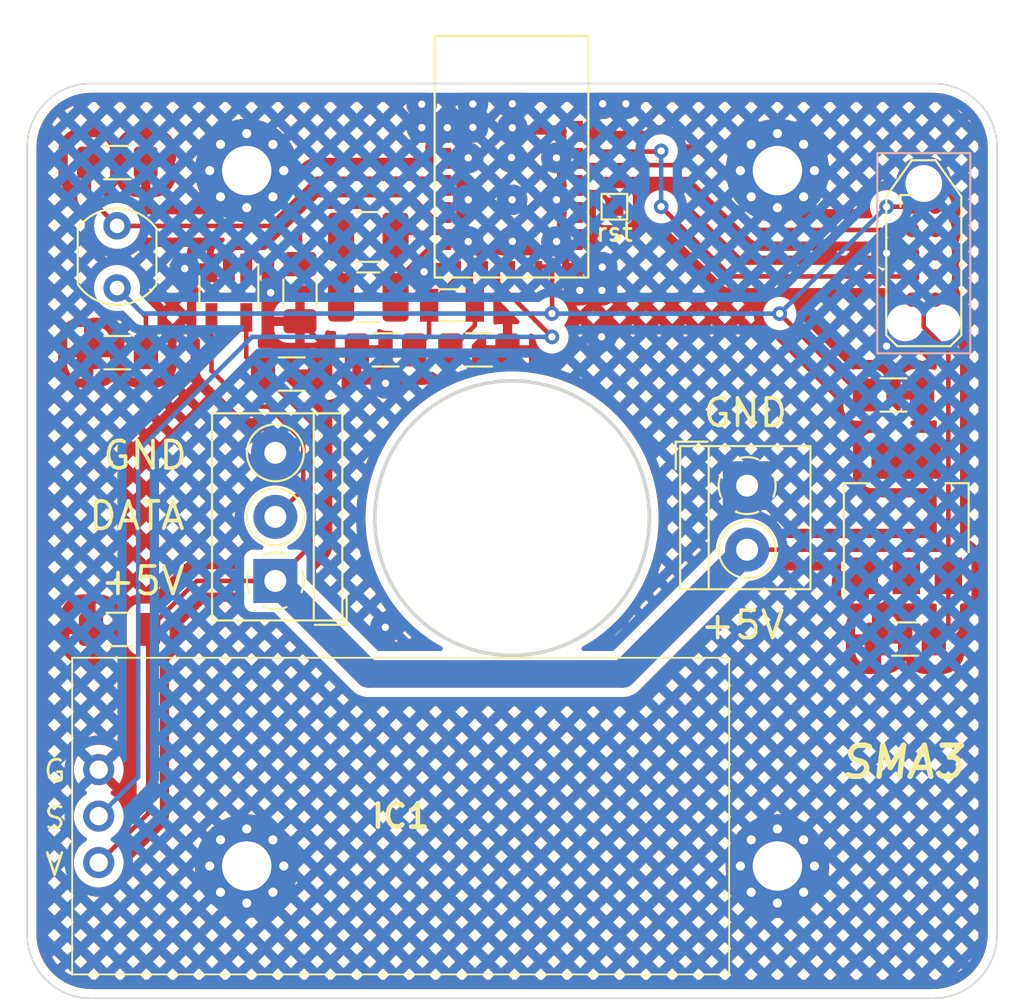
<source format=kicad_pcb>
(kicad_pcb (version 20211014) (generator pcbnew)
  (layers (0 "F.Cu" signal) (31 "B.Cu" signal) (34 "B.Paste" user) (35 "F.Paste" user) (36 "B.SilkS" user "B.Silkscreen") (37 "F.SilkS" user "F.Silkscreen") (38 "B.Mask" user) (39 "F.Mask" user) (44 "Edge.Cuts" user))
  (net 0 "")
  (net 1 "GND")
  (net 2 "Net-(J3-Pad2)")
  (net 3 "VDDH")
  (net 4 "VDD")
  (net 11 "Net-(C6-Pad1)")
  (net 12 "Net-(C7-Pad2)")
  (net 14 "MOT")
  (net 15 "ALS")
  (net 16 "2812")
  (net 20 "Net-(L1-Pad1)")
  (net 21 "Net-(C8-Pad2)")
  (net 28 "Net-(TP1-Pad1)")
  (net 32 "Net-(J1-Pad2)")
  (net 33 "Net-(J1-Pad4)")
  (net 34 "Net-(L1-Pad2)")
  (footprint "TerminalBlock_4Ucon:TerminalBlock_4Ucon_1x03_P3.50mm_Horizontal" (layer "F.Cu") (at 131.064 90.932 90)
    (fp_text reference "J3")
    (fp_text value "Conn_01x03")
    (fp_line (start -2.16 -3.46) (end 9.16 -3.46) (layer "F.SilkS") (width 0.12))
    (fp_line (start -2.4 3.9) (end -0.9 3.9) (layer "F.SilkS") (width 0.12))
    (fp_line (start -2.4 2.16) (end -2.4 3.9) (layer "F.SilkS") (width 0.12))
    (fp_line (start -2.16 3.66) (end 9.16 3.66) (layer "F.SilkS") (width 0.12))
    (fp_line (start 9.16 -3.46) (end 9.16 3.66) (layer "F.SilkS") (width 0.12))
    (fp_line (start -2.16 2.1) (end 9.16 2.1) (layer "F.SilkS") (width 0.12))
    (fp_line (start -2.16 -3.46) (end -2.16 3.66) (layer "F.SilkS") (width 0.12))
    (fp_arc (start 0.607587 1.431385) (mid 0.310017 1.523783) (end 0 1.555) (layer "F.SilkS") (width 0.12))
    (fp_arc (start -0.607742 -1.432109) (mid 0.00014 -1.555727) (end 0.608 -1.432) (layer "F.SilkS") (width 0.12))
    (fp_arc (start 0.027011 1.555493) (mid -0.296984 1.527118) (end -0.608 1.432) (layer "F.SilkS") (width 0.12))
    (fp_arc (start 1.432109 -0.607742) (mid 1.555727 0.00014) (end 1.432 0.608) (layer "F.SilkS") (width 0.12))
    (fp_arc (start -1.432109 0.607742) (mid -1.555727 -0.00014) (end -1.432 -0.608) (layer "F.SilkS") (width 0.12))
    (fp_circle (center 7 0) (end 8.555 0) (layer "F.SilkS") (width 0.12) (fill none))
    (fp_circle (center 3.5 0) (end 5.055 0) (layer "F.SilkS") (width 0.12) (fill none))
    (pad "1" thru_hole rect locked (at 0 0 90) (size 2.4 2.4) (drill 1.2) (layers *.Cu *.Mask) (net 3 "VDDH"))
    (pad "2" thru_hole circle locked (at 3.5 0 90) (size 2.4 2.4) (drill 1.2) (layers *.Cu *.Mask) (net 2 "Net-(J3-Pad2)"))
    (pad "3" thru_hole circle locked (at 7 0 90) (size 2.4 2.4) (drill 1.2) (layers *.Cu *.Mask) (net 1 "GND"))
  )
  (footprint "TerminalBlock_4Ucon:TerminalBlock_4Ucon_1x02_P3.50mm_Horizontal" (layer "F.Cu") (at 156.845 85.725 -90)
    (fp_text reference "J2")
    (fp_text value "Conn_01x02")
    (fp_line (start -2.16 -3.46) (end 5.66 -3.46) (layer "F.SilkS") (width 0.12))
    (fp_line (start -2.4 2.16) (end -2.4 3.9) (layer "F.SilkS") (width 0.12))
    (fp_line (start -2.16 -3.46) (end -2.16 3.66) (layer "F.SilkS") (width 0.12))
    (fp_line (start -2.16 3.66) (end 5.66 3.66) (layer "F.SilkS") (width 0.12))
    (fp_line (start -2.16 2.1) (end 5.66 2.1) (layer "F.SilkS") (width 0.12))
    (fp_line (start 5.66 -3.46) (end 5.66 3.66) (layer "F.SilkS") (width 0.12))
    (fp_line (start -2.4 3.9) (end -0.9 3.9) (layer "F.SilkS") (width 0.12))
    (fp_arc (start -0.607742 -1.432109) (mid 0.00014 -1.555727) (end 0.608 -1.432) (layer "F.SilkS") (width 0.12))
    (fp_arc (start 0.607587 1.431385) (mid 0.310017 1.523783) (end 0 1.555) (layer "F.SilkS") (width 0.12))
    (fp_arc (start -1.432109 0.607742) (mid -1.555727 -0.00014) (end -1.432 -0.608) (layer "F.SilkS") (width 0.12))
    (fp_arc (start 0.027011 1.555493) (mid -0.296984 1.527118) (end -0.608 1.432) (layer "F.SilkS") (width 0.12))
    (fp_arc (start 1.432109 -0.607742) (mid 1.555727 0.00014) (end 1.432 0.608) (layer "F.SilkS") (width 0.12))
    (fp_circle (center 3.5 0) (end 5.055 0) (layer "F.SilkS") (width 0.12) (fill none))
    (pad "1" thru_hole rect locked (at 0 0 270) (size 2.4 2.4) (drill 1.2) (layers *.Cu *.Mask) (net 1 "GND"))
    (pad "2" thru_hole circle locked (at 3.5 0 270) (size 2.4 2.4) (drill 1.2) (layers *.Cu *.Mask) (net 3 "VDDH"))
  )
  (footprint "Capacitor_SMD:C_1206_3216Metric_Pad1.33x1.80mm_HandSolder" (layer "F.Cu") (at 164.846 80.772)
    (fp_text reference "C2")
    (fp_text value "10uF")
    (fp_line (start -0.711252 0.91) (end 0.711252 0.91) (layer "F.SilkS") (width 0.12))
    (fp_line (start -0.711252 -0.91) (end 0.711252 -0.91) (layer "F.SilkS") (width 0.12))
    (pad "1" smd roundrect (at -1.5625 0) (size 1.325 1.8) (layers "F.Cu" "F.Paste" "F.Mask") (roundrect_rratio 0.1886792453) (net 4 "VDD"))
    (pad "2" smd roundrect (at 1.5625 0) (size 1.325 1.8) (layers "F.Cu" "F.Paste" "F.Mask") (roundrect_rratio 0.1886792453) (net 1 "GND"))
  )
  (footprint "Capacitor_SMD:C_1206_3216Metric_Pad1.33x1.80mm_HandSolder" (layer "F.Cu") (at 131.953 79.629 180)
    (fp_text reference "C3")
    (fp_text value "10uF")
    (fp_line (start -0.711252 -0.91) (end 0.711252 -0.91) (layer "F.SilkS") (width 0.12))
    (fp_line (start -0.711252 0.91) (end 0.711252 0.91) (layer "F.SilkS") (width 0.12))
    (pad "1" smd roundrect (at -1.5625 0 180) (size 1.325 1.8) (layers "F.Cu" "F.Paste" "F.Mask") (roundrect_rratio 0.1886792453) (net 1 "GND"))
    (pad "2" smd roundrect (at 1.5625 0 180) (size 1.325 1.8) (layers "F.Cu" "F.Paste" "F.Mask") (roundrect_rratio 0.1886792453) (net 3 "VDDH"))
  )
  (footprint "Resistor_SMD:R_1206_3216Metric_Pad1.30x1.75mm_HandSolder" (layer "F.Cu") (at 122.428 68.072 180)
    (fp_text reference "R2")
    (fp_text value "10k")
    (fp_line (start -0.727064 -0.91) (end 0.727064 -0.91) (layer "F.SilkS") (width 0.12))
    (fp_line (start -0.727064 0.91) (end 0.727064 0.91) (layer "F.SilkS") (width 0.12))
    (pad "1" smd roundrect locked (at -1.55 0 180) (size 1.3 1.75) (layers "F.Cu" "F.Paste" "F.Mask") (roundrect_rratio 0.1923076923) (net 1 "GND"))
    (pad "2" smd roundrect locked (at 1.55 0 180) (size 1.3 1.75) (layers "F.Cu" "F.Paste" "F.Mask") (roundrect_rratio 0.1923076923) (net 15 "ALS"))
  )
  (footprint "OptoDevice:R_LDR_5.1x4.3mm_P3.4mm_Vertical" (layer "F.Cu") (at 122.416513 71.527836 -90)
    (fp_text reference "R1")
    (fp_text value "5626")
    (fp_line (start 0.15 -2.15) (end 3.2 -2.15) (layer "F.SilkS") (width 0.12))
    (fp_line (start 0.15 2.15) (end 3.2 2.15) (layer "F.SilkS") (width 0.12))
    (fp_arc (start 3.2 -2.15) (mid 4.321403 -0.027338) (end 3.244513 2.118249) (layer "F.SilkS") (width 0.12))
    (fp_arc (start 0.15 2.15) (mid -0.950438 -0.013368) (end 0.171766 -2.165525) (layer "F.SilkS") (width 0.12))
    (pad "1" thru_hole circle locked (at 0 0 270) (size 1.5 1.5) (drill 0.8) (layers *.Cu *.Mask) (net 15 "ALS"))
    (pad "2" thru_hole circle locked (at 3.4 0 270) (size 1.5 1.5) (drill 0.8) (layers *.Cu *.Mask) (net 4 "VDD"))
  )
  (footprint "MountingHole:MountingHole_2.7mm_M2.5_Pad_Via" (layer "F.Cu") (at 158.5 68.512)
    (fp_text reference "REF**")
    (fp_text value "MountingHole_2.7mm_M2.5_Pad_Via")
    (pad "1" thru_hole circle locked (at -1.431891 -1.431891) (size 0.8 0.8) (drill 0.5) (layers *.Cu *.Mask) (net 1 "GND"))
    (pad "1" thru_hole circle locked (at 0 -2.025) (size 0.8 0.8) (drill 0.5) (layers *.Cu *.Mask) (net 1 "GND"))
    (pad "1" thru_hole circle locked (at 2.025 0) (size 0.8 0.8) (drill 0.5) (layers *.Cu *.Mask) (net 1 "GND"))
    (pad "1" thru_hole circle locked (at -2.025 0) (size 0.8 0.8) (drill 0.5) (layers *.Cu *.Mask) (net 1 "GND"))
    (pad "1" thru_hole circle locked (at 0 2.025) (size 0.8 0.8) (drill 0.5) (layers *.Cu *.Mask) (net 1 "GND"))
    (pad "1" thru_hole circle locked (at 0 0) (size 5.4 5.4) (drill 2.7) (layers *.Cu *.Mask) (net 1 "GND"))
    (pad "1" thru_hole circle locked (at 1.431891 1.431891) (size 0.8 0.8) (drill 0.5) (layers *.Cu *.Mask) (net 1 "GND"))
    (pad "1" thru_hole circle locked (at -1.431891 1.431891) (size 0.8 0.8) (drill 0.5) (layers *.Cu *.Mask) (net 1 "GND"))
    (pad "1" thru_hole circle locked (at 1.431891 -1.431891) (size 0.8 0.8) (drill 0.5) (layers *.Cu *.Mask) (net 1 "GND"))
  )
  (footprint "MountingHole:MountingHole_2.7mm_M2.5_Pad_Via" (layer "F.Cu") (at 129.5 68.512)
    (fp_text reference "REF**")
    (fp_text value "MountingHole_2.7mm_M2.5_Pad_Via")
    (pad "1" thru_hole circle locked (at 1.431891 1.431891) (size 0.8 0.8) (drill 0.5) (layers *.Cu *.Mask) (net 1 "GND"))
    (pad "1" thru_hole circle locked (at 2.025 0) (size 0.8 0.8) (drill 0.5) (layers *.Cu *.Mask) (net 1 "GND"))
    (pad "1" thru_hole circle locked (at -2.025 0) (size 0.8 0.8) (drill 0.5) (layers *.Cu *.Mask) (net 1 "GND"))
    (pad "1" thru_hole circle locked (at 0 -2.025) (size 0.8 0.8) (drill 0.5) (layers *.Cu *.Mask) (net 1 "GND"))
    (pad "1" thru_hole circle locked (at 0 2.025) (size 0.8 0.8) (drill 0.5) (layers *.Cu *.Mask) (net 1 "GND"))
    (pad "1" thru_hole circle locked (at -1.431891 1.431891) (size 0.8 0.8) (drill 0.5) (layers *.Cu *.Mask) (net 1 "GND"))
    (pad "1" thru_hole circle locked (at 1.431891 -1.431891) (size 0.8 0.8) (drill 0.5) (layers *.Cu *.Mask) (net 1 "GND"))
    (pad "1" thru_hole circle locked (at 0 0) (size 5.4 5.4) (drill 2.7) (layers *.Cu *.Mask) (net 1 "GND"))
    (pad "1" thru_hole circle locked (at -1.431891 -1.431891) (size 0.8 0.8) (drill 0.5) (layers *.Cu *.Mask) (net 1 "GND"))
  )
  (footprint "MountingHole:MountingHole_2.7mm_M2.5_Pad_Via" (layer "F.Cu") (at 129.5 106.512)
    (fp_text reference "REF**")
    (fp_text value "MountingHole_2.7mm_M2.5_Pad_Via")
    (pad "1" thru_hole circle locked (at 0 2.025) (size 0.8 0.8) (drill 0.5) (layers *.Cu *.Mask) (net 1 "GND"))
    (pad "1" thru_hole circle locked (at -1.431891 -1.431891) (size 0.8 0.8) (drill 0.5) (layers *.Cu *.Mask) (net 1 "GND"))
    (pad "1" thru_hole circle locked (at -2.025 0) (size 0.8 0.8) (drill 0.5) (layers *.Cu *.Mask) (net 1 "GND"))
    (pad "1" thru_hole circle locked (at 0 -2.025) (size 0.8 0.8) (drill 0.5) (layers *.Cu *.Mask) (net 1 "GND"))
    (pad "1" thru_hole circle locked (at 2.025 0) (size 0.8 0.8) (drill 0.5) (layers *.Cu *.Mask) (net 1 "GND"))
    (pad "1" thru_hole circle locked (at 1.431891 -1.431891) (size 0.8 0.8) (drill 0.5) (layers *.Cu *.Mask) (net 1 "GND"))
    (pad "1" thru_hole circle locked (at 0 0) (size 5.4 5.4) (drill 2.7) (layers *.Cu *.Mask) (net 1 "GND"))
    (pad "1" thru_hole circle locked (at -1.431891 1.431891) (size 0.8 0.8) (drill 0.5) (layers *.Cu *.Mask) (net 1 "GND"))
    (pad "1" thru_hole circle locked (at 1.431891 1.431891) (size 0.8 0.8) (drill 0.5) (layers *.Cu *.Mask) (net 1 "GND"))
  )
  (footprint "MountingHole:MountingHole_2.7mm_M2.5_Pad_Via" (layer "F.Cu") (at 158.5 106.512)
    (fp_text reference "REF**")
    (fp_text value "MountingHole_2.7mm_M2.5_Pad_Via")
    (pad "1" thru_hole circle locked (at 1.431891 -1.431891) (size 0.8 0.8) (drill 0.5) (layers *.Cu *.Mask) (net 1 "GND"))
    (pad "1" thru_hole circle locked (at 2.025 0) (size 0.8 0.8) (drill 0.5) (layers *.Cu *.Mask) (net 1 "GND"))
    (pad "1" thru_hole circle locked (at 0 0) (size 5.4 5.4) (drill 2.7) (layers *.Cu *.Mask) (net 1 "GND"))
    (pad "1" thru_hole circle locked (at -1.431891 1.431891) (size 0.8 0.8) (drill 0.5) (layers *.Cu *.Mask) (net 1 "GND"))
    (pad "1" thru_hole circle locked (at -1.431891 -1.431891) (size 0.8 0.8) (drill 0.5) (layers *.Cu *.Mask) (net 1 "GND"))
    (pad "1" thru_hole circle locked (at 0 2.025) (size 0.8 0.8) (drill 0.5) (layers *.Cu *.Mask) (net 1 "GND"))
    (pad "1" thru_hole circle locked (at 0 -2.025) (size 0.8 0.8) (drill 0.5) (layers *.Cu *.Mask) (net 1 "GND"))
    (pad "1" thru_hole circle locked (at -2.025 0) (size 0.8 0.8) (drill 0.5) (layers *.Cu *.Mask) (net 1 "GND"))
    (pad "1" thru_hole circle locked (at 1.431891 1.431891) (size 0.8 0.8) (drill 0.5) (layers *.Cu *.Mask) (net 1 "GND"))
  )
  (footprint "Connector:Tag-Connect_TC2050-IDC-NL_2x05_P1.27mm_Vertical_with_bottom_clip" (layer "F.Cu") (at 166.497 73.025 -90)
    (fp_text reference "J1")
    (fp_text value "Conn_02x05_Counter_Clockwise")
    (fp_line (start -5.47 -2.54) (end 5.47 -2.54) (layer "B.SilkS") (width 0.12))
    (fp_line (start 5.47 -2.54) (end 5.47 2.54) (layer "B.SilkS") (width 0.12))
    (fp_line (start 5.47 2.54) (end -5.47 2.54) (layer "B.SilkS") (width 0.12))
    (fp_line (start -5.47 2.54) (end -5.47 -2.54) (layer "B.SilkS") (width 0.12))
    (fp_line (start -3.175 1.27) (end -3.175 0.635) (layer "F.SilkS") (width 0.12))
    (fp_line (start -5.08 0.65) (end -5.08 -0.65) (layer "F.SilkS") (width 0.12))
    (fp_line (start -3.1 -2.05) (end 4.48 -2.05) (layer "F.SilkS") (width 0.12))
    (fp_line (start 4.48 -2.05) (end 5.08 -1.45) (layer "F.SilkS") (width 0.12))
    (fp_line (start 5.08 -1.45) (end 5.08 1.45) (layer "F.SilkS") (width 0.12))
    (fp_line (start 4.48 2.05) (end 5.08 1.45) (layer "F.SilkS") (width 0.12))
    (fp_line (start -2.54 1.27) (end -3.175 1.27) (layer "F.SilkS") (width 0.12))
    (fp_line (start 4.48 2.05) (end -3.1 2.05) (layer "F.SilkS") (width 0.12))
    (fp_line (start -3.1 2.05) (end -5.08 0.65) (layer "F.SilkS") (width 0.12))
    (fp_line (start -5.08 -0.65) (end -3.1 -2.05) (layer "F.SilkS") (width 0.12))
    (pad "" np_thru_hole circle locked (at -3.81 0 270) (size 0.9906 0.9906) (drill 0.9906) (layers *.Cu *.Mask))
    (pad "" np_thru_hole circle locked (at 3.81 1.016 270) (size 0.9906 0.9906) (drill 0.9906) (layers *.Cu *.Mask))
    (pad "" np_thru_hole circle locked (at 3.81 -1.016 270) (size 0.9906 0.9906) (drill 0.9906) (layers *.Cu *.Mask))
    (pad "1" connect circle locked (at -2.54 0.635 270) (size 0.7874 0.7874) (layers "F.Cu" "F.Mask") (net 4 "VDD"))
    (pad "2" connect circle locked (at -1.27 0.635 270) (size 0.7874 0.7874) (layers "F.Cu" "F.Mask") (net 32 "Net-(J1-Pad2)"))
    (pad "3" connect circle locked (at 0 0.635 270) (size 0.7874 0.7874) (layers "F.Cu" "F.Mask") (net 1 "GND"))
    (pad "4" connect circle locked (at 1.27 0.635 270) (size 0.7874 0.7874) (layers "F.Cu" "F.Mask") (net 33 "Net-(J1-Pad4)"))
    (pad "5" connect circle locked (at 2.54 0.635 270) (size 0.7874 0.7874) (layers "F.Cu" "F.Mask") (net 3 "VDDH"))
    (pad "6" connect circle locked (at 2.54 -0.635 270) (size 0.7874 0.7874) (layers "F.Cu" "F.Mask"))
    (pad "7" connect circle locked (at 1.27 -0.635 270) (size 0.7874 0.7874) (layers "F.Cu" "F.Mask"))
    (pad "8" connect circle locked (at 0 -0.635 270) (size 0.7874 0.7874) (layers "F.Cu" "F.Mask"))
    (pad "9" connect circle locked (at -1.27 -0.635 270) (size 0.7874 0.7874) (layers "F.Cu" "F.Mask"))
    (pad "10" connect circle locked (at -2.54 -0.635 270) (size 0.7874 0.7874) (layers "F.Cu" "F.Mask"))
  )
  (footprint "Package_TO_SOT_SMD:SOT-23-5_HandSoldering" (layer "F.Cu") (at 128.524 75.184 -90)
    (fp_text reference "U3")
    (fp_text value "SN74LV1T34DBV")
    (fp_line (start 0.9 -1.61) (end -1.55 -1.61) (layer "F.SilkS") (width 0.12))
    (fp_line (start -0.9 1.61) (end 0.9 1.61) (layer "F.SilkS") (width 0.12))
    (pad "1" smd rect locked (at -1.35 -0.95 270) (size 1.56 0.65) (layers "F.Cu" "F.Paste" "F.Mask"))
    (pad "2" smd rect locked (at -1.35 0 270) (size 1.56 0.65) (layers "F.Cu" "F.Paste" "F.Mask") (net 16 "2812"))
    (pad "3" smd rect locked (at -1.35 0.95 270) (size 1.56 0.65) (layers "F.Cu" "F.Paste" "F.Mask") (net 1 "GND"))
    (pad "4" smd rect locked (at 1.35 0.95 270) (size 1.56 0.65) (layers "F.Cu" "F.Paste" "F.Mask") (net 2 "Net-(J3-Pad2)"))
    (pad "5" smd rect locked (at 1.35 -0.95 270) (size 1.56 0.65) (layers "F.Cu" "F.Paste" "F.Mask") (net 3 "VDDH"))
  )
  (footprint "Capacitor_SMD:C_1206_3216Metric_Pad1.33x1.80mm_HandSolder" (layer "F.Cu") (at 132.4102 75.184 -90)
    (fp_text reference "C6")
    (fp_text value "1uF")
    (fp_line (start -0.711252 -0.91) (end 0.711252 -0.91) (layer "F.SilkS") (width 0.12))
    (fp_line (start -0.711252 0.91) (end 0.711252 0.91) (layer "F.SilkS") (width 0.12))
    (pad "1" smd roundrect (at -1.5625 0 270) (size 1.325 1.8) (layers "F.Cu" "F.Paste" "F.Mask") (roundrect_rratio 0.1886792453) (net 11 "Net-(C6-Pad1)"))
    (pad "2" smd roundrect (at 1.5625 0 270) (size 1.325 1.8) (layers "F.Cu" "F.Paste" "F.Mask") (roundrect_rratio 0.1886792453) (net 1 "GND"))
  )
  (footprint "Capacitor_SMD:C_1206_3216Metric_Pad1.33x1.80mm_HandSolder" (layer "F.Cu") (at 137.0838 78.3082)
    (fp_text reference "C7")
    (fp_text value "12pF")
    (fp_line (start -0.711252 0.91) (end 0.711252 0.91) (layer "F.SilkS") (width 0.12))
    (fp_line (start -0.711252 -0.91) (end 0.711252 -0.91) (layer "F.SilkS") (width 0.12))
    (pad "1" smd roundrect (at -1.5625 0) (size 1.325 1.8) (layers "F.Cu" "F.Paste" "F.Mask") (roundrect_rratio 0.1886792453) (net 1 "GND"))
    (pad "2" smd roundrect (at 1.5625 0) (size 1.325 1.8) (layers "F.Cu" "F.Paste" "F.Mask") (roundrect_rratio 0.1886792453) (net 12 "Net-(C7-Pad2)"))
  )
  (footprint "Capacitor_SMD:C_1206_3216Metric_Pad1.33x1.80mm_HandSolder" (layer "F.Cu") (at 122.555 93.582067 180)
    (fp_text reference "C5")
    (fp_text value "10uF")
    (fp_line (start -0.711252 0.91) (end 0.711252 0.91) (layer "F.SilkS") (width 0.12))
    (fp_line (start -0.711252 -0.91) (end 0.711252 -0.91) (layer "F.SilkS") (width 0.12))
    (pad "1" smd roundrect (at -1.5625 0 180) (size 1.325 1.8) (layers "F.Cu" "F.Paste" "F.Mask") (roundrect_rratio 0.1886792453) (net 3 "VDDH"))
    (pad "2" smd roundrect (at 1.5625 0 180) (size 1.325 1.8) (layers "F.Cu" "F.Paste" "F.Mask") (roundrect_rratio 0.1886792453) (net 1 "GND"))
  )
  (footprint "Inductor_SMD:L_1210_3225Metric_Pad1.42x2.65mm_HandSolder" (layer "F.Cu") (at 136.144 72.136 180)
    (fp_text reference "L2")
    (fp_text value "15nH")
    (fp_line (start -0.602064 1.36) (end 0.602064 1.36) (layer "F.SilkS") (width 0.12))
    (fp_line (start -0.602064 -1.36) (end 0.602064 -1.36) (layer "F.SilkS") (width 0.12))
    (pad "1" smd roundrect (at -1.4875 0 180) (size 1.425 2.65) (layers "F.Cu" "F.Paste" "F.Mask") (roundrect_rratio 0.1754392982) (net 11 "Net-(C6-Pad1)"))
    (pad "2" smd roundrect (at 1.4875 0 180) (size 1.425 2.65) (layers "F.Cu" "F.Paste" "F.Mask") (roundrect_rratio 0.1754392982) (net 20 "Net-(L1-Pad1)"))
  )
  (footprint "Capacitor_SMD:C_1206_3216Metric_Pad1.33x1.80mm_HandSolder" (layer "F.Cu") (at 122.428 78.459259)
    (fp_text reference "C4")
    (fp_text value "10uF")
    (fp_line (start -0.711252 0.91) (end 0.711252 0.91) (layer "F.SilkS") (width 0.12))
    (fp_line (start -0.711252 -0.91) (end 0.711252 -0.91) (layer "F.SilkS") (width 0.12))
    (pad "1" smd roundrect (at -1.5625 0) (size 1.325 1.8) (layers "F.Cu" "F.Paste" "F.Mask") (roundrect_rratio 0.1886792453) (net 1 "GND"))
    (pad "2" smd roundrect (at 1.5625 0) (size 1.325 1.8) (layers "F.Cu" "F.Paste" "F.Mask") (roundrect_rratio 0.1886792453) (net 4 "VDD"))
  )
  (footprint "TestPoint:TestPoint_Pad_1.0x1.0mm" (layer "F.Cu") (at 149.592305 70.485)
    (fp_text reference "rst" (at 0 1.397) (layer "F.SilkS"))
    (fp_text value "reset")
    (fp_line (start -0.7 0.7) (end -0.7 -0.7) (layer "F.SilkS") (width 0.12))
    (fp_line (start 0.7 0.7) (end -0.7 0.7) (layer "F.SilkS") (width 0.12))
    (fp_line (start 0.7 -0.7) (end 0.7 0.7) (layer "F.SilkS") (width 0.12))
    (fp_line (start -0.7 -0.7) (end 0.7 -0.7) (layer "F.SilkS") (width 0.12))
    (pad "1" smd rect (at 0 0) (size 1 1) (layers "F.Cu" "F.Mask") (net 28 "Net-(TP1-Pad1)"))
  )
  (footprint "Inductor_SMD:L_1210_3225Metric_Pad1.42x2.65mm_HandSolder" (layer "F.Cu") (at 136.144 75.438)
    (fp_text reference "L1")
    (fp_text value "10uH")
    (fp_line (start -0.602064 -1.36) (end 0.602064 -1.36) (layer "F.SilkS") (width 0.12))
    (fp_line (start -0.602064 1.36) (end 0.602064 1.36) (layer "F.SilkS") (width 0.12))
    (pad "1" smd roundrect (at -1.4875 0) (size 1.425 2.65) (layers "F.Cu" "F.Paste" "F.Mask") (roundrect_rratio 0.1754392982) (net 20 "Net-(L1-Pad1)"))
    (pad "2" smd roundrect (at 1.4875 0) (size 1.425 2.65) (layers "F.Cu" "F.Paste" "F.Mask") (roundrect_rratio 0.1754392982) (net 34 "Net-(L1-Pad2)"))
  )
  (footprint "Package_TO_SOT_SMD:SOT-223-3_TabPin2" (layer "F.Cu") (at 165.541528 87.503 90)
    (fp_text reference "U2")
    (fp_text value "LM1117-3.3")
    (fp_line (start -4.1 -3.41) (end 1.91 -3.41) (layer "F.SilkS") (width 0.12))
    (fp_line (start 1.91 -3.41) (end 1.91 -2.15) (layer "F.SilkS") (width 0.12))
    (fp_line (start 1.91 3.41) (end 1.91 2.15) (layer "F.SilkS") (width 0.12))
    (fp_line (start -1.85 3.41) (end 1.91 3.41) (layer "F.SilkS") (width 0.12))
    (pad "1" smd rect locked (at -3.15 -2.3 90) (size 2 1.5) (layers "F.Cu" "F.Paste" "F.Mask") (net 1 "GND"))
    (pad "2" smd rect locked (at 3.15 0 90) (size 2 3.8) (layers "F.Cu" "F.Paste" "F.Mask") (net 4 "VDD"))
    (pad "2" smd rect locked (at -3.15 0 90) (size 2 1.5) (layers "F.Cu" "F.Paste" "F.Mask") (net 4 "VDD"))
    (pad "3" smd rect locked (at -3.15 2.3 90) (size 2 1.5) (layers "F.Cu" "F.Paste" "F.Mask") (net 3 "VDDH"))
  )
  (footprint "Crystal:Crystal_SMD_3215-2Pin_3.2x1.5mm" (layer "F.Cu") (at 140.716 75.8698 180)
    (fp_text reference "Y1")
    (fp_text value "32.768kHz, CL=9pF")
    (fp_line (start -0.675 0.875) (end 0.675 0.875) (layer "F.SilkS") (width 0.12))
    (fp_line (start -0.675 -0.875) (end 0.675 -0.875) (layer "F.SilkS") (width 0.12))
    (pad "1" smd rect (at 1.25 0 180) (size 1 1.8) (layers "F.Cu" "F.Paste" "F.Mask") (net 12 "Net-(C7-Pad2)"))
    (pad "2" smd rect (at -1.25 0 180) (size 1 1.8) (layers "F.Cu" "F.Paste" "F.Mask") (net 21 "Net-(C8-Pad2)"))
  )
  (footprint "RCWL-0516:RCWL-0516-3" (layer "F.Cu") (at 121.412 108.8644)
    (fp_text reference "IC1" (at 16.5 -5.08) (layer "F.SilkS") (effects (font (size 1.27 1.27) (thickness 0.254))))
    (fp_text value "RCWL-0516" hide)
    (fp_line (start -1.45 -13.73) (end 34.45 -13.73) (layer "F.SilkS") (width 0.1))
    (fp_line (start 34.45 3.57) (end -1.45 3.57) (layer "F.SilkS") (width 0.1))
    (fp_line (start 34.45 -13.73) (end 34.45 3.57) (layer "F.SilkS") (width 0.1))
    (fp_line (start -1.45 3.57) (end -1.45 -13.73) (layer "F.SilkS") (width 0.1))
    (pad "2" thru_hole circle (at 0 -2.54) (size 1.7 1.7) (drill 1) (layers *.Cu *.Mask) (net 3 "VDDH"))
    (pad "3" thru_hole circle (at 0 -5.08) (size 1.7 1.7) (drill 1) (layers *.Cu *.Mask) (net 14 "MOT"))
    (pad "4" thru_hole circle (at 0 -7.62) (size 1.7 1.7) (drill 1) (layers *.Cu *.Mask) (net 1 "GND"))
  )
  (footprint "Capacitor_SMD:C_1206_3216Metric_Pad1.33x1.80mm_HandSolder" (layer "F.Cu") (at 165.481 94.107 180)
    (fp_text reference "C1")
    (fp_text value "10uF")
    (fp_line (start -0.711252 -0.91) (end 0.711252 -0.91) (layer "F.SilkS") (width 0.12))
    (fp_line (start -0.711252 0.91) (end 0.711252 0.91) (layer "F.SilkS") (width 0.12))
    (pad "1" smd roundrect (at -1.5625 0 180) (size 1.325 1.8) (layers "F.Cu" "F.Paste" "F.Mask") (roundrect_rratio 0.1886792453) (net 3 "VDDH"))
    (pad "2" smd roundrect (at 1.5625 0 180) (size 1.325 1.8) (layers "F.Cu" "F.Paste" "F.Mask") (roundrect_rratio 0.1886792453) (net 1 "GND"))
  )
  (footprint "Raytac:MDBT50" (layer "F.Cu") (at 143.967987 67.752011)
    (fp_text reference "U1")
    (fp_text value "MDBT50-512K")
    (fp_line (start -4.2 -6.6) (end 4.2 -6.6) (layer "F.SilkS") (width 0.127))
    (fp_line (start -4.2 6.6) (end -4.2 -6.6) (layer "F.SilkS") (width 0.127))
    (fp_line (start 4.2 -6.6) (end 4.2 6.6) (layer "F.SilkS") (width 0.127))
    (fp_line (start 4.2 6.6) (end -4.2 6.6) (layer "F.SilkS") (width 0.127))
    (pad "1" smd rect locked (at -3.6 -3.1) (size 0.6 0.4) (layers "F.Cu" "F.Paste" "F.Mask") (net 1 "GND"))
    (pad "2" smd rect locked (at -3.6 -0.28) (size 0.6 0.4) (layers "F.Cu" "F.Paste" "F.Mask"))
    (pad "3" smd rect locked (at -3.6 0.46) (size 0.6 0.4) (layers "F.Cu" "F.Paste" "F.Mask"))
    (pad "4" smd rect locked (at -3.6 1.2) (size 0.6 0.4) (layers "F.Cu" "F.Paste" "F.Mask") (net 15 "ALS"))
    (pad "5" smd rect locked (at -3.6 1.94) (size 0.6 0.4) (layers "F.Cu" "F.Paste" "F.Mask"))
    (pad "6" smd rect locked (at -3.6 2.68) (size 0.6 0.4) (layers "F.Cu" "F.Paste" "F.Mask"))
    (pad "7" smd rect locked (at -3.6 3.42) (size 0.6 0.4) (layers "F.Cu" "F.Paste" "F.Mask") (net 16 "2812"))
    (pad "8" smd rect locked (at -3.6 4.16) (size 0.6 0.4) (layers "F.Cu" "F.Paste" "F.Mask") (net 11 "Net-(C6-Pad1)"))
    (pad "9" smd rect locked (at -3.6 4.9) (size 0.6 0.4) (layers "F.Cu" "F.Paste" "F.Mask") (net 34 "Net-(L1-Pad2)"))
    (pad "10" smd rect locked (at -3.7 6 90) (size 0.6 0.4) (layers "F.Cu" "F.Paste" "F.Mask") (net 1 "GND"))
    (pad "11" smd rect locked (at -2.96 6 90) (size 0.6 0.4) (layers "F.Cu" "F.Paste" "F.Mask") (net 12 "Net-(C7-Pad2)"))
    (pad "12" smd rect locked (at -2.22 6 90) (size 0.6 0.4) (layers "F.Cu" "F.Paste" "F.Mask") (net 21 "Net-(C8-Pad2)"))
    (pad "13" smd rect locked (at -1.48 6 270) (size 0.6 0.4) (layers "F.Cu" "F.Paste" "F.Mask"))
    (pad "14" smd rect locked (at -0.74 6 90) (size 0.6 0.4) (layers "F.Cu" "F.Paste" "F.Mask") (net 14 "MOT"))
    (pad "15" smd rect locked (at 0 6 90) (size 0.6 0.4) (layers "F.Cu" "F.Paste" "F.Mask"))
    (pad "16" smd rect locked (at 0.74 6 90) (size 0.6 0.4) (layers "F.Cu" "F.Paste" "F.Mask"))
    (pad "17" smd rect locked (at 1.48 6 90) (size 0.6 0.4) (layers "F.Cu" "F.Paste" "F.Mask") (net 4 "VDD"))
    (pad "18" smd rect locked (at 2.22 6 90) (size 0.6 0.4) (layers "F.Cu" "F.Paste" "F.Mask") (net 4 "VDD"))
    (pad "19" smd rect locked (at 2.96 6 90) (size 0.6 0.4) (layers "F.Cu" "F.Paste" "F.Mask") (net 1 "GND"))
    (pad "20" smd rect locked (at 3.7 6 90) (size 0.6 0.4) (layers "F.Cu" "F.Paste" "F.Mask") (net 1 "GND"))
    (pad "21" smd rect locked (at 3.6 4.9 180) (size 0.6 0.4) (layers "F.Cu" "F.Paste" "F.Mask"))
    (pad "22" smd rect locked (at 3.6 4.16 180) (size 0.6 0.4) (layers "F.Cu" "F.Paste" "F.Mask"))
    (pad "23" smd rect locked (at 3.6 3.42 180) (size 0.6 0.4) (layers "F.Cu" "F.Paste" "F.Mask"))
    (pad "24" smd rect locked (at 3.6 2.68 180) (size 0.6 0.4) (layers "F.Cu" "F.Paste" "F.Mask"))
    (pad "25" smd rect locked (at 3.6 1.94 180) (size 0.6 0.4) (layers "F.Cu" "F.Paste" "F.Mask") (net 28 "Net-(TP1-Pad1)"))
    (pad "26" smd rect locked (at 3.6 1.2 180) (size 0.6 0.4) (layers "F.Cu" "F.Paste" "F.Mask"))
    (pad "27" smd rect locked (at 3.6 0.46 180) (size 0.6 0.4) (layers "F.Cu" "F.Paste" "F.Mask") (net 32 "Net-(J1-Pad2)"))
    (pad "28" smd rect locked (at 3.6 -0.28 180) (size 0.6 0.4) (layers "F.Cu" "F.Paste" "F.Mask") (net 33 "Net-(J1-Pad4)"))
    (pad "29" smd rect locked (at 3.6 -1.02 180) (size 0.6 0.4) (layers "F.Cu" "F.Paste" "F.Mask"))
    (pad "30" smd rect locked (at 3.6 -1.76 180) (size 0.6 0.4) (layers "F.Cu" "F.Paste" "F.Mask"))
    (pad "31" smd rect locked (at 3.6 -3.1 180) (size 0.6 0.4) (layers "F.Cu" "F.Paste" "F.Mask") (net 1 "GND"))
  )
  (footprint "Capacitor_SMD:C_1206_3216Metric_Pad1.33x1.80mm_HandSolder" (layer "F.Cu") (at 142.1892 78.3082 180)
    (fp_text reference "C8")
    (fp_text value "12pF")
    (fp_line (start -0.711252 -0.91) (end 0.711252 -0.91) (layer "F.SilkS") (width 0.12))
    (fp_line (start -0.711252 0.91) (end 0.711252 0.91) (layer "F.SilkS") (width 0.12))
    (pad "1" smd roundrect (at -1.5625 0 180) (size 1.325 1.8) (layers "F.Cu" "F.Paste" "F.Mask") (roundrect_rratio 0.1886792453) (net 1 "GND"))
    (pad "2" smd roundrect (at 1.5625 0 180) (size 1.325 1.8) (layers "F.Cu" "F.Paste" "F.Mask") (roundrect_rratio 0.1886792453) (net 21 "Net-(C8-Pad2)"))
  )
  (gr_arc (start 117.5 67.25) (mid 118.525126 64.775126) (end 121 63.75) (layer "Edge.Cuts") (width 0.1))
  (gr_arc (start 167 63.75) (mid 169.474874 64.775126) (end 170.5 67.25) (layer "Edge.Cuts") (width 0.1))
  (gr_arc (start 170.5 110.24607) (mid 169.474874 112.720944) (end 167 113.74607) (layer "Edge.Cuts") (width 0.1))
  (gr_line (start 167 113.74607) (end 121 113.74607) (layer "Edge.Cuts") (width 0.1))
  (gr_circle (center 144 87.5) (end 151.5 87.5) (layer "Edge.Cuts") (width 0.2) (fill none))
  (gr_line (start 121 63.75) (end 167 63.75) (layer "Edge.Cuts") (width 0.1))
  (gr_line (start 117.5 110.239611) (end 117.5 67.25) (layer "Edge.Cuts") (width 0.1))
  (gr_arc (start 121 113.74607) (mid 118.524735 112.71677) (end 117.5 110.239611) (layer "Edge.Cuts") (width 0.1))
  (gr_line (start 170.5 67.25) (end 170.5 110.24607) (layer "Edge.Cuts") (width 0.1))
  (gr_text "GND" (at 156.75 81.75) (layer "F.SilkS") (effects (font (size 1.5 1.5) (thickness 0.2))))
  (gr_text "+5V" (at 156.591 93.345) (layer "F.SilkS") (effects (font (size 1.5 1.5) (thickness 0.2))))
  (gr_text "GND" (at 126.365 84.074) (layer "F.SilkS") (effects (font (size 1.5 1.5) (thickness 0.2)) (justify right)))
  (gr_text "DATA" (at 126.238 87.376) (layer "F.SilkS") (effects (font (size 1.5 1.5) (thickness 0.2)) (justify right)))
  (gr_text "SMA3" (at 165.354 100.838) (layer "F.SilkS") (effects (font (size 1.7 1.7) (thickness 0.3) italic)))
  (gr_text "V" (at 118.999 106.425999) (layer "F.SilkS") (effects (font (size 1.2 1.2))))
  (gr_text "S" (at 119.013341 103.886) (layer "F.SilkS") (effects (font (size 1.2 1.2))))
  (gr_text "G" (at 119.013341 101.327696) (layer "F.SilkS") (effects (font (size 1.2 1.2))))
  (gr_text "+5V" (at 126.238 90.932) (layer "F.SilkS") (effects (font (size 1.5 1.5) (thickness 0.2)) (justify right)))
  (segment (start 165.862 73.025) (end 164.465 73.025) (width 0.25) (layer "F.Cu") (net 1))
  (segment (start 134.8363 78.3082) (end 133.5155 79.629) (width 0.25) (layer "F.Cu") (net 1))
  (segment (start 133.9719 78.3082) (end 132.4102 76.7465) (width 0.25) (layer "F.Cu") (net 1))
  (segment (start 135.5213 78.3082) (end 134.8363 78.3082) (width 0.25) (layer "F.Cu") (net 1))
  (segment (start 135.5213 78.3082) (end 133.9719 78.3082) (width 0.25) (layer "F.Cu") (net 1))
  (via (at 164.465 73.025) (size 0.8) (drill 0.4) (layers "F.Cu" "B.Cu") (net 1))
  (via (at 137.07734 93.472) (size 0.8) (drill 0.4) (layers "F.Cu" "B.Cu") (net 1))
  (via (at 146.425018 67.818) (size 0.8) (drill 0.4) (layers "F.Cu" "B.Cu") (net 1))
  (via (at 144.018 72.375987) (size 0.8) (drill 0.4) (layers "F.Cu" "B.Cu") (net 1))
  (via (at 146.431 72.39) (size 0.8) (drill 0.4) (layers "F.Cu" "B.Cu") (net 1))
  (via (at 148.887482 77.597) (size 0.8) (drill 0.4) (layers "F.Cu" "B.Cu") (net 1))
  (via (at 148.954458 64.858657) (size 0.8) (drill 0.4) (layers "F.Cu" "B.Cu") (net 1))
  (via (at 147.701 75.057) (size 0.8) (drill 0.4) (layers "F.Cu" "B.Cu") (net 1))
  (via (at 126.111 73.8632) (size 0.8) (drill 0.4) (layers "F.Cu" "B.Cu") (net 1))
  (via (at 146.425018 70.104) (size 0.8) (drill 0.4) (layers "F.Cu" "B.Cu") (net 1))
  (via (at 144.016265 66.167) (size 0.8) (drill 0.4) (layers "F.Cu" "B.Cu") (net 1))
  (via (at 148.927957 73.787) (size 0.8) (drill 0.4) (layers "F.Cu" "B.Cu") (net 1))
  (via (at 148.910414 75.056999) (size 0.8) (drill 0.4) (layers "F.Cu" "B.Cu") (net 1))
  (via (at 141.604999 70.104) (size 0.8) (drill 0.4) (layers "F.Cu" "B.Cu") (net 1))
  (via (at 141.853827 64.87133) (size 0.8) (drill 0.4) (layers "F.Cu" "B.Cu") (net 1))
  (via (at 144.018 64.861177) (size 0.8) (drill 0.4) (layers "F.Cu" "B.Cu") (net 1))
  (via (at 140.462 66.167) (size 0.8) (drill 0.4) (layers "F.Cu" "B.Cu") (net 1))
  (via (at 141.859 66.150519) (size 0.8) (drill 0.4) (layers "F.Cu" "B.Cu") (net 1))
  (via (at 143.999852 70.104) (size 0.8) (drill 0.4) (layers "F.Cu" "B.Cu") (net 1))
  (via (at 139.192 74.041) (size 0.8) (drill 0.4) (layers "F.Cu" "B.Cu") (net 1))
  (via (at 143.967987 67.798485) (size 0.8) (drill 0.4) (layers "F.Cu" "B.Cu") (net 1))
  (via (at 150.217556 64.858646) (size 0.8) (drill 0.4) (layers "F.Cu" "B.Cu") (net 1))
  (via (at 141.604999 67.818) (size 0.8) (drill 0.4) (layers "F.Cu" "B.Cu") (net 1))
  (via (at 137.0838 80.137) (size 0.8) (drill 0.4) (layers "F.Cu" "B.Cu") (net 1))
  (via (at 139.065 66.160671) (size 0.8) (drill 0.4) (layers "F.Cu" "B.Cu") (net 1))
  (via (at 141.605 72.39) (size 0.8) (drill 0.4) (layers "F.Cu" "B.Cu") (net 1))
  (via (at 130.81 75.184) (size 0.8) (drill 0.4) (layers "F.Cu" "B.Cu") (net 1))
  (via (at 164.464077 78.105) (size 0.8) (drill 0.4) (layers "F.Cu" "B.Cu") (net 1))
  (via (at 139.061947 64.881482) (size 0.8) (drill 0.4) (layers "F.Cu" "B.Cu") (net 1))
  (segment (start 127.574 79.441) (end 129.54 81.407) (width 0.25) (layer "F.Cu") (net 2))
  (segment (start 132.588511 85.907489) (end 132.588511 83.300526) (width 0.25) (layer "F.Cu") (net 2))
  (segment (start 127.574 76.534) (end 127.574 79.441) (width 0.25) (layer "F.Cu") (net 2))
  (segment (start 130.694985 81.407) (end 129.54 81.407) (width 0.25) (layer "F.Cu") (net 2))
  (segment (start 131.064 87.432) (end 132.588511 85.907489) (width 0.25) (layer "F.Cu") (net 2))
  (segment (start 132.588511 83.300526) (end 130.694985 81.407) (width 0.25) (layer "F.Cu") (net 2))
  (segment (start 136.148727 96.016727) (end 150.053273 96.016727) (width 1.5) (layer "F.Cu") (net 3))
  (segment (start 131.064 90.932) (end 136.148727 96.016727) (width 1.5) (layer "F.Cu") (net 3))
  (segment (start 150.053273 96.016727) (end 156.845 89.225) (width 1.5) (layer "F.Cu") (net 3))
  (segment (start 129.474 78.7125) (end 130.3905 79.629) (width 0.25) (layer "F.Cu") (net 3))
  (segment (start 167.841538 89.101538) (end 167.841538 90.653) (width 0.25) (layer "F.Cu") (net 3))
  (segment (start 124.1175 103.635866) (end 124.1175 93.582067) (width 0.25) (layer "F.Cu") (net 3))
  (segment (start 167.841538 89.101538) (end 167.718076 89.225) (width 0.25) (layer "F.Cu") (net 3))
  (segment (start 126.767567 90.932) (end 124.1175 93.582067) (width 0.25) (layer "F.Cu") (net 3))
  (segment (start 129.474 76.534) (end 129.474 78.7125) (width 0.25) (layer "F.Cu") (net 3))
  (segment (start 167.841538 93.308962) (end 167.0435 94.107) (width 0.25) (layer "F.Cu") (net 3))
  (segment (start 131.064 90.932) (end 126.767567 90.932) (width 0.25) (layer "F.Cu") (net 3))
  (segment (start 121.413691 106.339675) (end 124.1175 103.635866) (width 0.25) (layer "F.Cu") (net 3))
  (segment (start 167.841538 78.393652) (end 167.841538 89.101538) (width 0.25) (layer "F.Cu") (net 3))
  (segment (start 166.497 77.049114) (end 167.841538 78.393652) (width 0.25) (layer "F.Cu") (net 3))
  (segment (start 133.038031 82.276531) (end 130.3905 79.629) (width 0.25) (layer "F.Cu") (net 3))
  (segment (start 167.718076 89.225) (end 156.845 89.225) (width 0.25) (layer "F.Cu") (net 3))
  (segment (start 131.064 90.932) (end 133.038031 88.957969) (width 0.25) (layer "F.Cu") (net 3))
  (segment (start 166.255699 75.958699) (end 166.27409 75.958699) (width 0.25) (layer "F.Cu") (net 3))
  (segment (start 166.27409 75.958699) (end 166.497 76.181609) (width 0.25) (layer "F.Cu") (net 3))
  (segment (start 167.841538 90.653) (end 167.841538 93.308962) (width 0.25) (layer "F.Cu") (net 3))
  (segment (start 165.862 75.565) (end 166.255699 75.958699) (width 0.25) (layer "F.Cu") (net 3))
  (segment (start 166.497 76.181609) (end 166.497 77.049114) (width 0.25) (layer "F.Cu") (net 3))
  (segment (start 133.038031 88.957969) (end 133.038031 82.276531) (width 0.25) (layer "F.Cu") (net 3))
  (segment (start 131.064 90.932) (end 136.148727 96.016727) (width 1.5) (layer "B.Cu") (net 3))
  (segment (start 150.053273 96.016727) (end 156.845 89.225) (width 1.5) (layer "B.Cu") (net 3))
  (segment (start 136.148727 96.016727) (end 150.053273 96.016727) (width 1.5) (layer "B.Cu") (net 3))
  (segment (start 165.862 70.485) (end 164.465 70.485) (width 0.25) (layer "F.Cu") (net 4))
  (segment (start 146.187987 76.312337) (end 146.177 76.323324) (width 0.25) (layer "F.Cu") (net 4))
  (segment (start 146.187987 73.752011) (end 146.187987 76.312337) (width 0.25) (layer "F.Cu") (net 4))
  (segment (start 163.068 80.772) (end 158.623 76.327) (width 0.25) (layer "F.Cu") (net 4))
  (segment (start 146.187987 73.752011) (end 145.447987 73.752011) (width 0.25) (layer "F.Cu") (net 4))
  (segment (start 165.541538 84.353) (end 165.541538 83.030038) (width 0.25) (layer "F.Cu") (net 4))
  (segment (start 123.9905 78.459259) (end 123.9905 76.501823) (width 0.25) (layer "F.Cu") (net 4))
  (segment (start 123.9905 76.501823) (end 122.416513 74.927836) (width 0.25) (layer "F.Cu") (net 4))
  (segment (start 163.2835 80.772) (end 163.068 80.772) (width 0.25) (layer "F.Cu") (net 4))
  (segment (start 165.541538 83.030038) (end 163.2835 80.772) (width 0.25) (layer "F.Cu") (net 4))
  (via (at 164.465 70.485) (size 0.8) (drill 0.4) (layers "F.Cu" "B.Cu") (net 4))
  (via (at 158.623 76.327) (size 0.8) (drill 0.4) (layers "F.Cu" "B.Cu") (net 4))
  (via (at 146.177 76.323324) (size 0.8) (drill 0.4) (layers "F.Cu" "B.Cu") (net 4))
  (segment (start 164.465 70.485) (end 158.623 76.327) (width 0.25) (layer "B.Cu") (net 4))
  (segment (start 146.177 76.323324) (end 123.812001 76.323324) (width 0.25) (layer "B.Cu") (net 4))
  (segment (start 158.623 76.327) (end 146.180676 76.327) (width 0.25) (layer "B.Cu") (net 4))
  (segment (start 146.180676 76.327) (end 146.177 76.323324) (width 0.25) (layer "B.Cu") (net 4))
  (segment (start 123.812001 76.323324) (end 122.416513 74.927836) (width 0.25) (layer "B.Cu") (net 4))
  (segment (start 140.367987 71.912011) (end 137.855489 71.912011) (width 0.25) (layer "F.Cu") (net 11))
  (segment (start 133.72952 70.48648) (end 132.4102 71.8058) (width 0.25) (layer "F.Cu") (net 11))
  (segment (start 137.855489 71.912011) (end 137.6315 72.136) (width 0.25) (layer "F.Cu") (net 11))
  (segment (start 137.6315 72.136) (end 135.98198 70.48648) (width 0.25) (layer "F.Cu") (net 11))
  (segment (start 132.4102 71.8058) (end 132.4102 73.6215) (width 0.25) (layer "F.Cu") (net 11))
  (segment (start 135.98198 70.48648) (end 133.72952 70.48648) (width 0.25) (layer "F.Cu") (net 11))
  (segment (start 138.6463 78.3082) (end 139.466 77.4885) (width 0.25) (layer "F.Cu") (net 12))
  (segment (start 139.466 77.4885) (end 139.466 75.8698) (width 0.25) (layer "F.Cu") (net 12))
  (segment (start 141.007987 73.752011) (end 141.007987 74.327813) (width 0.25) (layer "F.Cu") (net 12))
  (segment (start 141.007987 74.327813) (end 139.466 75.8698) (width 0.25) (layer "F.Cu") (net 12))
  (segment (start 143.227987 74.647987) (end 143.227987 73.752011) (width 0.25) (layer "F.Cu") (net 14))
  (segment (start 146.177 77.597) (end 143.227987 74.647987) (width 0.25) (layer "F.Cu") (net 14))
  (via (at 146.177 77.597) (size 0.8) (drill 0.4) (layers "F.Cu" "B.Cu") (net 14))
  (segment (start 146.177 77.597) (end 129.794 77.597) (width 0.25) (layer "B.Cu") (net 14))
  (segment (start 123.571 83.82) (end 123.571 101.642366) (width 0.25) (layer "B.Cu") (net 14))
  (segment (start 123.571 101.642366) (end 121.413691 103.799675) (width 0.25) (layer "B.Cu") (net 14))
  (segment (start 129.794 77.597) (end 123.571 83.82) (width 0.25) (layer "B.Cu") (net 14))
  (segment (start 130.752795 71.536511) (end 133.337295 68.952011) (width 0.25) (layer "F.Cu") (net 15))
  (segment (start 133.337295 68.952011) (end 140.367987 68.952011) (width 0.25) (layer "F.Cu") (net 15))
  (segment (start 120.878 68.072) (end 120.878 69.989323) (width 0.25) (layer "F.Cu") (net 15))
  (segment (start 130.752795 71.536511) (end 122.425188 71.536511) (width 0.25) (layer "F.Cu") (net 15))
  (segment (start 122.425188 71.536511) (end 122.416513 71.527836) (width 0.25) (layer "F.Cu") (net 15))
  (segment (start 120.878 69.989323) (end 122.416513 71.527836) (width 0.25) (layer "F.Cu") (net 15))
  (segment (start 139.749365 71.172011) (end 140.367987 71.172011) (width 0.25) (layer "F.Cu") (net 16))
  (segment (start 128.819511 72.729489) (end 128.524 73.025) (width 0.25) (layer "F.Cu") (net 16))
  (segment (start 128.524 73.025) (end 128.524 73.834) (width 0.25) (layer "F.Cu") (net 16))
  (segment (start 133.35 69.85) (end 130.470511 72.729489) (width 0.25) (layer "F.Cu") (net 16))
  (segment (start 133.35 69.85) (end 138.427354 69.85) (width 0.25) (layer "F.Cu") (net 16))
  (segment (start 138.427354 69.85) (end 139.749365 71.172011) (width 0.25) (layer "F.Cu") (net 16))
  (segment (start 130.470511 72.729489) (end 128.819511 72.729489) (width 0.25) (layer "F.Cu") (net 16))
  (segment (start 134.6565 72.136) (end 134.6565 75.438) (width 0.25) (layer "F.Cu") (net 20))
  (segment (start 141.966 75.8698) (end 141.966 76.9689) (width 0.25) (layer "F.Cu") (net 21))
  (segment (start 141.966 76.9689) (end 140.6267 78.3082) (width 0.25) (layer "F.Cu") (net 21))
  (segment (start 141.747987 73.752011) (end 141.747987 75.651787) (width 0.25) (layer "F.Cu") (net 21))
  (segment (start 141.747987 75.651787) (end 141.966 75.8698) (width 0.25) (layer "F.Cu") (net 21))
  (segment (start 148.799316 69.692011) (end 147.567987 69.692011) (width 0.25) (layer "F.Cu") (net 28))
  (segment (start 149.592305 70.485) (end 148.799316 69.692011) (width 0.25) (layer "F.Cu") (net 28))
  (segment (start 157.465694 71.755) (end 165.862 71.755) (width 0.25) (layer "F.Cu") (net 32))
  (segment (start 147.567987 68.212011) (end 153.922705 68.212011) (width 0.25) (layer "F.Cu") (net 32))
  (segment (start 153.922705 68.212011) (end 157.465694 71.755) (width 0.25) (layer "F.Cu") (net 32))
  (segment (start 155.956 74.295) (end 152.146 70.485) (width 0.25) (layer "F.Cu") (net 33))
  (segment (start 147.567987 67.472011) (end 152.110989 67.472011) (width 0.25) (layer "F.Cu") (net 33))
  (segment (start 165.862 74.295) (end 155.956 74.295) (width 0.25) (layer "F.Cu") (net 33))
  (segment (start 152.110989 67.472011) (end 152.146 67.437) (width 0.25) (layer "F.Cu") (net 33))
  (via (at 152.146 67.437) (size 0.8) (drill 0.4) (layers "F.Cu" "B.Cu") (net 33))
  (via (at 152.146 70.485) (size 0.8) (drill 0.4) (layers "F.Cu" "B.Cu") (net 33))
  (segment (start 152.146 67.437) (end 152.146 70.485) (width 0.25) (layer "B.Cu") (net 33))
  (segment (start 140.367987 72.652011) (end 139.556375 72.652011) (width 0.25) (layer "F.Cu") (net 34))
  (segment (start 139.556375 72.652011) (end 137.6315 74.576886) (width 0.25) (layer "F.Cu") (net 34))
  (segment (start 137.6315 74.576886) (end 137.6315 75.438) (width 0.25) (layer "F.Cu") (net 34))
  (zone (net 1) (net_name "GND") (layer "F.Cu") (connect_pads (clearance 0.508)) (min_thickness 0.254) (fill yes (mode hatch) (thermal_gap 0.508) (thermal_bridge_width 0.508) (hatch_thickness 0.508) (hatch_gap 0.508) (hatch_orientation 45) (hatch_border_algorithm hatch_thickness) (hatch_min_hole_area 0.3))
    (polygon (pts (xy 170.5 113.777572) (xy 117.5 113.777572) (xy 117.5 63.7794) (xy 170.5 63.7794)))
  )
  (zone (net 0) (net_name "") (layer "F.Cu") (connect_pads (clearance 0)) (min_thickness 0.254)
    (keepout (tracks not_allowed) (vias not_allowed) (pads not_allowed) (copperpour not_allowed) (footprints allowed))
    (fill (thermal_gap 0.508) (thermal_bridge_width 0.508))
    (polygon (pts (xy 146.812 66.04) (xy 144.653 66.04) (xy 144.653 64.389) (xy 146.812 64.389)))
  )
  (zone (net 1) (net_name "GND") (layer "B.Cu") (connect_pads (clearance 0.508)) (min_thickness 0.254) (fill yes (mode hatch) (thermal_gap 0.508) (thermal_bridge_width 0.508) (hatch_thickness 0.508) (hatch_gap 0.508) (hatch_orientation 45) (hatch_border_algorithm hatch_thickness) (hatch_min_hole_area 0.3))
    (polygon (pts (xy 170.5 113.748172) (xy 117.5 113.748172) (xy 117.5 63.75) (xy 170.5 63.75)))
  )
)
</source>
